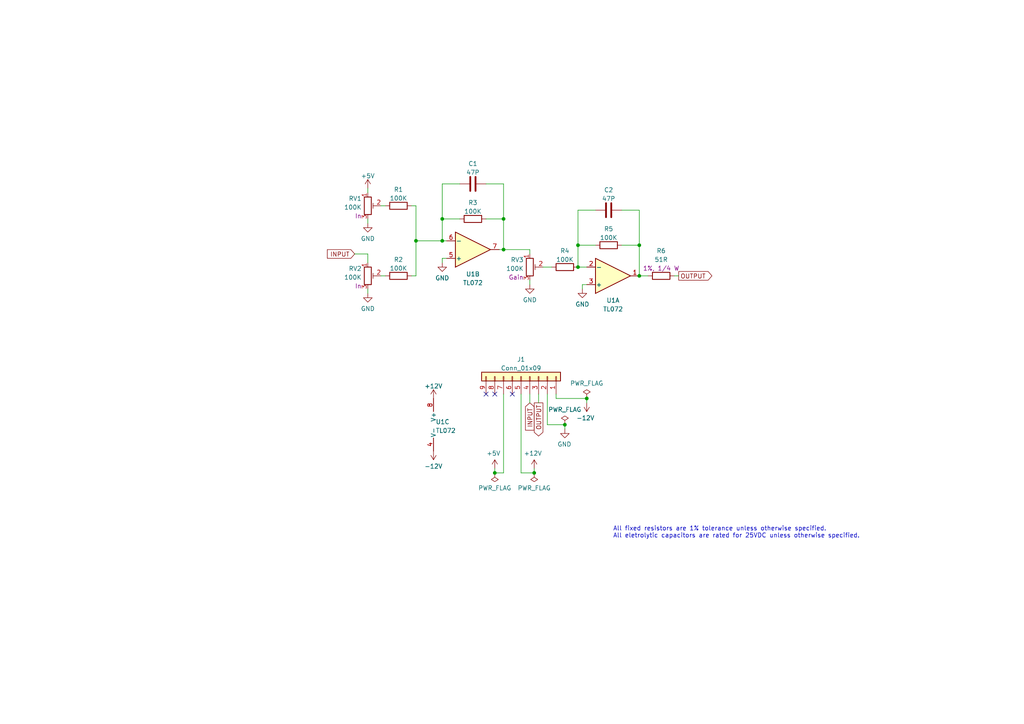
<source format=kicad_sch>
(kicad_sch (version 20211123) (generator eeschema)

  (uuid a1a9a0d8-c6de-418f-9a57-bf7f74b6d401)

  (paper "A4")

  (title_block
    (title "Eurorack ProtoModule")
    (date "2021-10-06")
    (rev "1.0")
    (company "Len Popp")
    (comment 1 "Copyright © 2022 Len Popp CC BY")
    (comment 2 "Circuit design for my custom Eurorack breadboard prototyping module")
  )

  (lib_symbols
    (symbol "-lmp-opamp:TL072" (pin_names (offset 0.127)) (in_bom yes) (on_board yes)
      (property "Reference" "U" (id 0) (at 0 5.08 0)
        (effects (font (size 1.27 1.27)) (justify left))
      )
      (property "Value" "TL072" (id 1) (at 0 -5.08 0)
        (effects (font (size 1.27 1.27)) (justify left))
      )
      (property "Footprint" "Package_DIP:DIP-8_W7.62mm" (id 2) (at 0 0 0)
        (effects (font (size 1.27 1.27)) hide)
      )
      (property "Datasheet" "https://www.ti.com/lit/ds/symlink/tl072b.pdf?ts=1628812694194" (id 3) (at 0 0 0)
        (effects (font (size 1.27 1.27)) hide)
      )
      (property "Manufacturer" "Texas Instruments" (id 4) (at 0 0 0)
        (effects (font (size 1.27 1.27)) hide)
      )
      (property "ManufacturerPartNum" "TL072BCP" (id 5) (at 0 0 0)
        (effects (font (size 1.27 1.27)) hide)
      )
      (property "Distributor" "Mouser" (id 6) (at 0 0 0)
        (effects (font (size 1.27 1.27)) hide)
      )
      (property "DistributorPartNum" "595-TL072BCP" (id 7) (at 0 0 0)
        (effects (font (size 1.27 1.27)) hide)
      )
      (property "DistributorPartLink" "https://www.mouser.ca/ProductDetail/Texas-Instruments/TL072BCP?qs=p6YqzpSxLIxmo8AyZLsP4g%3D%3D" (id 8) (at 0 0 0)
        (effects (font (size 1.27 1.27)) hide)
      )
      (property "ki_locked" "" (id 9) (at 0 0 0)
        (effects (font (size 1.27 1.27)))
      )
      (property "ki_keywords" "quad opamp" (id 10) (at 0 0 0)
        (effects (font (size 1.27 1.27)) hide)
      )
      (property "ki_description" "Dual Low-Noise JFET-Input Operational Amplifiers, DIP-8/SOIC-8" (id 11) (at 0 0 0)
        (effects (font (size 1.27 1.27)) hide)
      )
      (property "ki_fp_filters" "SOIC*3.9x4.9mm*P1.27mm* DIP*W7.62mm* TO*99* OnSemi*Micro8* TSSOP*3x3mm*P0.65mm* TSSOP*4.4x3mm*P0.65mm* MSOP*3x3mm*P0.65mm* SSOP*3.9x4.9mm*P0.635mm* LFCSP*2x2mm*P0.5mm* *SIP* SOIC*5.3x6.2mm*P1.27mm*" (id 12) (at 0 0 0)
        (effects (font (size 1.27 1.27)) hide)
      )
      (symbol "TL072_1_1"
        (polyline
          (pts
            (xy -5.08 5.08)
            (xy 5.08 0)
            (xy -5.08 -5.08)
            (xy -5.08 5.08)
          )
          (stroke (width 0.254) (type default) (color 0 0 0 0))
          (fill (type background))
        )
        (pin output line (at 7.62 0 180) (length 2.54)
          (name "~" (effects (font (size 1.27 1.27))))
          (number "1" (effects (font (size 1.27 1.27))))
        )
        (pin input line (at -7.62 -2.54 0) (length 2.54)
          (name "-" (effects (font (size 1.27 1.27))))
          (number "2" (effects (font (size 1.27 1.27))))
        )
        (pin input line (at -7.62 2.54 0) (length 2.54)
          (name "+" (effects (font (size 1.27 1.27))))
          (number "3" (effects (font (size 1.27 1.27))))
        )
      )
      (symbol "TL072_2_1"
        (polyline
          (pts
            (xy -5.08 5.08)
            (xy 5.08 0)
            (xy -5.08 -5.08)
            (xy -5.08 5.08)
          )
          (stroke (width 0.254) (type default) (color 0 0 0 0))
          (fill (type background))
        )
        (pin input line (at -7.62 2.54 0) (length 2.54)
          (name "+" (effects (font (size 1.27 1.27))))
          (number "5" (effects (font (size 1.27 1.27))))
        )
        (pin input line (at -7.62 -2.54 0) (length 2.54)
          (name "-" (effects (font (size 1.27 1.27))))
          (number "6" (effects (font (size 1.27 1.27))))
        )
        (pin output line (at 7.62 0 180) (length 2.54)
          (name "~" (effects (font (size 1.27 1.27))))
          (number "7" (effects (font (size 1.27 1.27))))
        )
      )
      (symbol "TL072_3_1"
        (pin power_in line (at -2.54 -7.62 90) (length 3.81)
          (name "V-" (effects (font (size 1.27 1.27))))
          (number "4" (effects (font (size 1.27 1.27))))
        )
        (pin power_in line (at -2.54 7.62 270) (length 3.81)
          (name "V+" (effects (font (size 1.27 1.27))))
          (number "8" (effects (font (size 1.27 1.27))))
        )
      )
    )
    (symbol "-lmp-power:+12V" (power) (pin_names (offset 0)) (in_bom yes) (on_board yes)
      (property "Reference" "#PWR" (id 0) (at 0 -3.81 0)
        (effects (font (size 1.27 1.27)) hide)
      )
      (property "Value" "+12V" (id 1) (at 0 3.556 0)
        (effects (font (size 1.27 1.27)))
      )
      (property "Footprint" "" (id 2) (at 0 0 0)
        (effects (font (size 1.27 1.27)) hide)
      )
      (property "Datasheet" "" (id 3) (at 0 0 0)
        (effects (font (size 1.27 1.27)) hide)
      )
      (property "ki_keywords" "power-flag" (id 4) (at 0 0 0)
        (effects (font (size 1.27 1.27)) hide)
      )
      (property "ki_description" "Power symbol creates a global label with name \"+12V\"" (id 5) (at 0 0 0)
        (effects (font (size 1.27 1.27)) hide)
      )
      (symbol "+12V_0_1"
        (polyline
          (pts
            (xy -0.762 1.27)
            (xy 0 2.54)
          )
          (stroke (width 0) (type default) (color 0 0 0 0))
          (fill (type none))
        )
        (polyline
          (pts
            (xy 0 0)
            (xy 0 2.54)
          )
          (stroke (width 0) (type default) (color 0 0 0 0))
          (fill (type none))
        )
        (polyline
          (pts
            (xy 0 2.54)
            (xy 0.762 1.27)
          )
          (stroke (width 0) (type default) (color 0 0 0 0))
          (fill (type none))
        )
      )
      (symbol "+12V_1_1"
        (pin power_in line (at 0 0 90) (length 0) hide
          (name "+12V" (effects (font (size 1.27 1.27))))
          (number "1" (effects (font (size 1.27 1.27))))
        )
      )
    )
    (symbol "-lmp-power:+5V" (power) (pin_names (offset 0)) (in_bom yes) (on_board yes)
      (property "Reference" "#PWR" (id 0) (at 0 -3.81 0)
        (effects (font (size 1.27 1.27)) hide)
      )
      (property "Value" "+5V" (id 1) (at 0 3.556 0)
        (effects (font (size 1.27 1.27)))
      )
      (property "Footprint" "" (id 2) (at 0 0 0)
        (effects (font (size 1.27 1.27)) hide)
      )
      (property "Datasheet" "" (id 3) (at 0 0 0)
        (effects (font (size 1.27 1.27)) hide)
      )
      (property "ki_keywords" "power-flag" (id 4) (at 0 0 0)
        (effects (font (size 1.27 1.27)) hide)
      )
      (property "ki_description" "Power symbol creates a global label with name \"+5V\"" (id 5) (at 0 0 0)
        (effects (font (size 1.27 1.27)) hide)
      )
      (symbol "+5V_0_1"
        (polyline
          (pts
            (xy -0.762 1.27)
            (xy 0 2.54)
          )
          (stroke (width 0) (type default) (color 0 0 0 0))
          (fill (type none))
        )
        (polyline
          (pts
            (xy 0 0)
            (xy 0 2.54)
          )
          (stroke (width 0) (type default) (color 0 0 0 0))
          (fill (type none))
        )
        (polyline
          (pts
            (xy 0 2.54)
            (xy 0.762 1.27)
          )
          (stroke (width 0) (type default) (color 0 0 0 0))
          (fill (type none))
        )
      )
      (symbol "+5V_1_1"
        (pin power_in line (at 0 0 90) (length 0) hide
          (name "+5V" (effects (font (size 1.27 1.27))))
          (number "1" (effects (font (size 1.27 1.27))))
        )
      )
    )
    (symbol "-lmp-power:-12V" (power) (pin_names (offset 0)) (in_bom yes) (on_board yes)
      (property "Reference" "#PWR" (id 0) (at 0 3.81 0)
        (effects (font (size 1.27 1.27)) hide)
      )
      (property "Value" "-12V" (id 1) (at 0 -3.556 0)
        (effects (font (size 1.27 1.27)))
      )
      (property "Footprint" "" (id 2) (at 0 0 0)
        (effects (font (size 1.27 1.27)) hide)
      )
      (property "Datasheet" "" (id 3) (at 0 0 0)
        (effects (font (size 1.27 1.27)) hide)
      )
      (property "ki_keywords" "power-flag" (id 4) (at 0 0 0)
        (effects (font (size 1.27 1.27)) hide)
      )
      (property "ki_description" "Power symbol creates a global label with name \"-12V\"" (id 5) (at 0 0 0)
        (effects (font (size 1.27 1.27)) hide)
      )
      (symbol "-12V_0_1"
        (polyline
          (pts
            (xy -0.762 -1.27)
            (xy 0 -2.54)
          )
          (stroke (width 0) (type default) (color 0 0 0 0))
          (fill (type none))
        )
        (polyline
          (pts
            (xy 0 -2.54)
            (xy 0.762 -1.27)
          )
          (stroke (width 0) (type default) (color 0 0 0 0))
          (fill (type none))
        )
        (polyline
          (pts
            (xy 0 0)
            (xy 0 -2.54)
          )
          (stroke (width 0) (type default) (color 0 0 0 0))
          (fill (type none))
        )
      )
      (symbol "-12V_1_1"
        (pin power_in line (at 0 0 270) (length 0) hide
          (name "-12V" (effects (font (size 1.27 1.27))))
          (number "1" (effects (font (size 1.27 1.27))))
        )
      )
    )
    (symbol "-lmp-power:GND" (power) (pin_names (offset 0)) (in_bom yes) (on_board yes)
      (property "Reference" "#PWR" (id 0) (at 0 -6.35 0)
        (effects (font (size 1.27 1.27)) hide)
      )
      (property "Value" "GND" (id 1) (at 0 -3.81 0)
        (effects (font (size 1.27 1.27)))
      )
      (property "Footprint" "" (id 2) (at 0 0 0)
        (effects (font (size 1.27 1.27)) hide)
      )
      (property "Datasheet" "" (id 3) (at 0 0 0)
        (effects (font (size 1.27 1.27)) hide)
      )
      (property "ki_keywords" "power-flag" (id 4) (at 0 0 0)
        (effects (font (size 1.27 1.27)) hide)
      )
      (property "ki_description" "Power symbol creates a global label with name \"GND\" , ground" (id 5) (at 0 0 0)
        (effects (font (size 1.27 1.27)) hide)
      )
      (symbol "GND_0_1"
        (polyline
          (pts
            (xy 0 0)
            (xy 0 -1.27)
            (xy 1.27 -1.27)
            (xy 0 -2.54)
            (xy -1.27 -1.27)
            (xy 0 -1.27)
          )
          (stroke (width 0) (type default) (color 0 0 0 0))
          (fill (type none))
        )
      )
      (symbol "GND_1_1"
        (pin power_in line (at 0 0 270) (length 0) hide
          (name "GND" (effects (font (size 1.27 1.27))))
          (number "1" (effects (font (size 1.27 1.27))))
        )
      )
    )
    (symbol "-lmp-power:PWR_FLAG" (power) (pin_numbers hide) (pin_names (offset 0) hide) (in_bom yes) (on_board yes)
      (property "Reference" "#FLG" (id 0) (at 0 1.905 0)
        (effects (font (size 1.27 1.27)) hide)
      )
      (property "Value" "PWR_FLAG" (id 1) (at 0 3.81 0)
        (effects (font (size 1.27 1.27)))
      )
      (property "Footprint" "" (id 2) (at 0 0 0)
        (effects (font (size 1.27 1.27)) hide)
      )
      (property "Datasheet" "~" (id 3) (at 0 0 0)
        (effects (font (size 1.27 1.27)) hide)
      )
      (property "ki_keywords" "power-flag" (id 4) (at 0 0 0)
        (effects (font (size 1.27 1.27)) hide)
      )
      (property "ki_description" "Special symbol for telling ERC where power comes from" (id 5) (at 0 0 0)
        (effects (font (size 1.27 1.27)) hide)
      )
      (symbol "PWR_FLAG_0_0"
        (pin power_out line (at 0 0 90) (length 0)
          (name "pwr" (effects (font (size 1.27 1.27))))
          (number "1" (effects (font (size 1.27 1.27))))
        )
      )
      (symbol "PWR_FLAG_0_1"
        (polyline
          (pts
            (xy 0 0)
            (xy 0 1.27)
            (xy -1.016 1.905)
            (xy 0 2.54)
            (xy 1.016 1.905)
            (xy 0 1.27)
          )
          (stroke (width 0) (type default) (color 0 0 0 0))
          (fill (type none))
        )
      )
    )
    (symbol "-lmp-synth:R_51R_Output" (pin_numbers hide) (pin_names (offset 0)) (in_bom yes) (on_board yes)
      (property "Reference" "R" (id 0) (at -2.286 0 90)
        (effects (font (size 1.27 1.27)))
      )
      (property "Value" "R_51R_Output" (id 1) (at 2.413 0 90)
        (effects (font (size 1.27 1.27)))
      )
      (property "Footprint" "-lmp-misc:R_Axial_DIN0207_L6.3mm_D2.5mm_P10.16mm_Horizontal" (id 2) (at -1.778 0 90)
        (effects (font (size 1.27 1.27)) hide)
      )
      (property "Datasheet" "https://www.mouser.ca/datasheet/2/447/Yageo_LR_MFR_1-1714151.pdf" (id 3) (at 0 0 0)
        (effects (font (size 1.27 1.27)) hide)
      )
      (property "Value2" "1%, 1/4 W" (id 4) (at 4.445 0 90)
        (effects (font (size 1.27 1.27)))
      )
      (property "Note" "Output limiting" (id 5) (at -1.905 -1.905 90)
        (effects (font (size 1.27 1.27)) hide)
      )
      (property "Manufacturer" "YAGEO" (id 6) (at 0 0 0)
        (effects (font (size 1.27 1.27)) hide)
      )
      (property "ManufacturerPartNum" "MFR-25FBF52-51R" (id 7) (at 0 0 0)
        (effects (font (size 1.27 1.27)) hide)
      )
      (property "Distributor" "Mouser" (id 8) (at -1.905 0 90)
        (effects (font (size 1.27 1.27)) hide)
      )
      (property "DistributorPartNum" "603-MFR-25FBF52-51R" (id 9) (at 0 0 0)
        (effects (font (size 1.27 1.27)) hide)
      )
      (property "DistributorPartLink" "https://www.mouser.ca/ProductDetail/?qs=oAGoVhmvjhzVx2bdEH1TLQ%3D%3D" (id 10) (at 0 0 0)
        (effects (font (size 1.27 1.27)) hide)
      )
      (property "ki_keywords" "R res resistor" (id 11) (at 0 0 0)
        (effects (font (size 1.27 1.27)) hide)
      )
      (property "ki_description" "Resistor" (id 12) (at 0 0 0)
        (effects (font (size 1.27 1.27)) hide)
      )
      (property "ki_fp_filters" "R_*" (id 13) (at 0 0 0)
        (effects (font (size 1.27 1.27)) hide)
      )
      (symbol "R_51R_Output_0_1"
        (rectangle (start -1.016 -2.54) (end 1.016 2.54)
          (stroke (width 0.254) (type default) (color 0 0 0 0))
          (fill (type none))
        )
      )
      (symbol "R_51R_Output_1_1"
        (pin passive line (at 0 3.81 270) (length 1.27)
          (name "~" (effects (font (size 1.27 1.27))))
          (number "1" (effects (font (size 1.27 1.27))))
        )
        (pin passive line (at 0 -3.81 90) (length 1.27)
          (name "~" (effects (font (size 1.27 1.27))))
          (number "2" (effects (font (size 1.27 1.27))))
        )
      )
    )
    (symbol "-lmp:CC" (pin_numbers hide) (pin_names (offset 0.254)) (in_bom yes) (on_board yes)
      (property "Reference" "C" (id 0) (at 0.635 2.54 0)
        (effects (font (size 1.27 1.27)) (justify left))
      )
      (property "Value" "CC" (id 1) (at 0.635 -2.54 0)
        (effects (font (size 1.27 1.27)) (justify left))
      )
      (property "Footprint" "" (id 2) (at 0.9652 -3.81 0)
        (effects (font (size 1.27 1.27)) hide)
      )
      (property "Datasheet" "~" (id 3) (at 0 0 0)
        (effects (font (size 1.27 1.27)) hide)
      )
      (property "ki_keywords" "cap capacitor ceramic" (id 4) (at 0 0 0)
        (effects (font (size 1.27 1.27)) hide)
      )
      (property "ki_description" "Capacitor - Ceramic" (id 5) (at 0 0 0)
        (effects (font (size 1.27 1.27)) hide)
      )
      (property "ki_fp_filters" "C_*" (id 6) (at 0 0 0)
        (effects (font (size 1.27 1.27)) hide)
      )
      (symbol "CC_0_1"
        (polyline
          (pts
            (xy -2.032 -0.762)
            (xy 2.032 -0.762)
          )
          (stroke (width 0.508) (type default) (color 0 0 0 0))
          (fill (type none))
        )
        (polyline
          (pts
            (xy -2.032 0.762)
            (xy 2.032 0.762)
          )
          (stroke (width 0.508) (type default) (color 0 0 0 0))
          (fill (type none))
        )
      )
      (symbol "CC_1_1"
        (pin passive line (at 0 3.81 270) (length 2.794)
          (name "~" (effects (font (size 1.27 1.27))))
          (number "1" (effects (font (size 1.27 1.27))))
        )
        (pin passive line (at 0 -3.81 90) (length 2.794)
          (name "~" (effects (font (size 1.27 1.27))))
          (number "2" (effects (font (size 1.27 1.27))))
        )
      )
    )
    (symbol "-lmp:R_1%_0W166" (pin_numbers hide) (pin_names (offset 0)) (in_bom yes) (on_board yes)
      (property "Reference" "R" (id 0) (at -2.286 0 90)
        (effects (font (size 1.27 1.27)))
      )
      (property "Value" "R_1%_0W166" (id 1) (at 2.413 0 90)
        (effects (font (size 1.27 1.27)))
      )
      (property "Footprint" "-lmp-misc:R_Axial_DIN0207_L6.3mm_D2.5mm_P7.62mm_Horizontal" (id 2) (at -1.778 0 90)
        (effects (font (size 1.27 1.27)) hide)
      )
      (property "Datasheet" "https://www.mouser.ca/datasheet/2/447/Yageo_LR_MFR_1-1714151.pdf" (id 3) (at 0 0 0)
        (effects (font (size 1.27 1.27)) hide)
      )
      (property "Manufacturer" "YAGEO" (id 4) (at 0 0 0)
        (effects (font (size 1.27 1.27)) hide)
      )
      (property "ManufacturerPartNum" "MFR-12*" (id 5) (at 0 0 0)
        (effects (font (size 1.27 1.27)) hide)
      )
      (property "Distributor" "Mouser" (id 6) (at 0 0 0)
        (effects (font (size 1.27 1.27)) hide)
      )
      (property "DistributorPartNum" "603-MFR-12*" (id 7) (at 0 0 0)
        (effects (font (size 1.27 1.27)) hide)
      )
      (property "DistributorPartLink" "https://www.mouser.ca/c/?m=YAGEO&power+rating=166+mW+(1%2f6+W)&tolerance=1+%25&instock=y" (id 8) (at 0 0 0)
        (effects (font (size 1.27 1.27)) hide)
      )
      (property "Value2" "1%, 1/6 W" (id 9) (at 4.953 0 90)
        (effects (font (size 1.27 1.27)) hide)
      )
      (property "ki_keywords" "R res resistor" (id 10) (at 0 0 0)
        (effects (font (size 1.27 1.27)) hide)
      )
      (property "ki_description" "Resistor" (id 11) (at 0 0 0)
        (effects (font (size 1.27 1.27)) hide)
      )
      (property "ki_fp_filters" "R_*" (id 12) (at 0 0 0)
        (effects (font (size 1.27 1.27)) hide)
      )
      (symbol "R_1%_0W166_0_1"
        (rectangle (start -1.016 -2.54) (end 1.016 2.54)
          (stroke (width 0.254) (type default) (color 0 0 0 0))
          (fill (type none))
        )
      )
      (symbol "R_1%_0W166_1_1"
        (pin passive line (at 0 3.81 270) (length 1.27)
          (name "~" (effects (font (size 1.27 1.27))))
          (number "1" (effects (font (size 1.27 1.27))))
        )
        (pin passive line (at 0 -3.81 90) (length 1.27)
          (name "~" (effects (font (size 1.27 1.27))))
          (number "2" (effects (font (size 1.27 1.27))))
        )
      )
    )
    (symbol "-lmp:R_POT_TRIM" (pin_names (offset 1.016) hide) (in_bom yes) (on_board yes)
      (property "Reference" "RV" (id 0) (at -6.858 0 90)
        (effects (font (size 1.27 1.27)))
      )
      (property "Value" "R_POT_TRIM" (id 1) (at -4.953 0 90)
        (effects (font (size 1.27 1.27)))
      )
      (property "Footprint" "-lmp-misc:Potentiometer_Bourns_3386P_Top" (id 2) (at 0 0 0)
        (effects (font (size 1.27 1.27)) hide)
      )
      (property "Datasheet" "https://www.mouser.ca/datasheet/2/54/3386-776606.pdf" (id 3) (at 0 0 0)
        (effects (font (size 1.27 1.27)) hide)
      )
      (property "Label" "[label]" (id 4) (at -2.921 0 90)
        (effects (font (size 1.27 1.27)))
      )
      (property "Manufacturer" "Bourns" (id 5) (at 0 0 0)
        (effects (font (size 1.27 1.27)) hide)
      )
      (property "ManufacturerPartNum" "3386*" (id 6) (at 0 0 0)
        (effects (font (size 1.27 1.27)) hide)
      )
      (property "Distributor" "Mouser" (id 7) (at 0 0 0)
        (effects (font (size 1.27 1.27)) hide)
      )
      (property "DistributorPartNum" "652-3386*" (id 8) (at 0 0 0)
        (effects (font (size 1.27 1.27)) hide)
      )
      (property "DistributorPartLink" "https://www.mouser.ca/c/passive-components/resistors/variable-resistors/trimmer-resistors-through-hole/?number+of+turns=1&series=3386&instock=y" (id 9) (at 0 0 0)
        (effects (font (size 1.27 1.27)) hide)
      )
      (property "ki_keywords" "resistor variable trimpot trimmer" (id 10) (at 0 0 0)
        (effects (font (size 1.27 1.27)) hide)
      )
      (property "ki_description" "Trim-potentiometer" (id 11) (at 0 0 0)
        (effects (font (size 1.27 1.27)) hide)
      )
      (property "ki_fp_filters" "Potentiometer*" (id 12) (at 0 0 0)
        (effects (font (size 1.27 1.27)) hide)
      )
      (symbol "R_POT_TRIM_0_1"
        (polyline
          (pts
            (xy 1.524 0.762)
            (xy 1.524 -0.762)
          )
          (stroke (width 0) (type default) (color 0 0 0 0))
          (fill (type none))
        )
        (polyline
          (pts
            (xy 2.54 0)
            (xy 1.524 0)
          )
          (stroke (width 0) (type default) (color 0 0 0 0))
          (fill (type none))
        )
        (rectangle (start 1.016 2.54) (end -1.016 -2.54)
          (stroke (width 0.254) (type default) (color 0 0 0 0))
          (fill (type none))
        )
      )
      (symbol "R_POT_TRIM_1_1"
        (pin passive line (at 0 3.81 270) (length 1.27)
          (name "1" (effects (font (size 1.27 1.27))))
          (number "1" (effects (font (size 1.27 1.27))))
        )
        (pin passive line (at 3.81 0 180) (length 1.27)
          (name "2" (effects (font (size 1.27 1.27))))
          (number "2" (effects (font (size 1.27 1.27))))
        )
        (pin passive line (at 0 -3.81 90) (length 1.27)
          (name "3" (effects (font (size 1.27 1.27))))
          (number "3" (effects (font (size 1.27 1.27))))
        )
      )
    )
    (symbol "Connector_Generic:Conn_01x09" (pin_names (offset 1.016) hide) (in_bom yes) (on_board yes)
      (property "Reference" "J" (id 0) (at 0 12.7 0)
        (effects (font (size 1.27 1.27)))
      )
      (property "Value" "Conn_01x09" (id 1) (at 0 -12.7 0)
        (effects (font (size 1.27 1.27)))
      )
      (property "Footprint" "" (id 2) (at 0 0 0)
        (effects (font (size 1.27 1.27)) hide)
      )
      (property "Datasheet" "~" (id 3) (at 0 0 0)
        (effects (font (size 1.27 1.27)) hide)
      )
      (property "ki_keywords" "connector" (id 4) (at 0 0 0)
        (effects (font (size 1.27 1.27)) hide)
      )
      (property "ki_description" "Generic connector, single row, 01x09, script generated (kicad-library-utils/schlib/autogen/connector/)" (id 5) (at 0 0 0)
        (effects (font (size 1.27 1.27)) hide)
      )
      (property "ki_fp_filters" "Connector*:*_1x??_*" (id 6) (at 0 0 0)
        (effects (font (size 1.27 1.27)) hide)
      )
      (symbol "Conn_01x09_1_1"
        (rectangle (start -1.27 -10.033) (end 0 -10.287)
          (stroke (width 0.1524) (type default) (color 0 0 0 0))
          (fill (type none))
        )
        (rectangle (start -1.27 -7.493) (end 0 -7.747)
          (stroke (width 0.1524) (type default) (color 0 0 0 0))
          (fill (type none))
        )
        (rectangle (start -1.27 -4.953) (end 0 -5.207)
          (stroke (width 0.1524) (type default) (color 0 0 0 0))
          (fill (type none))
        )
        (rectangle (start -1.27 -2.413) (end 0 -2.667)
          (stroke (width 0.1524) (type default) (color 0 0 0 0))
          (fill (type none))
        )
        (rectangle (start -1.27 0.127) (end 0 -0.127)
          (stroke (width 0.1524) (type default) (color 0 0 0 0))
          (fill (type none))
        )
        (rectangle (start -1.27 2.667) (end 0 2.413)
          (stroke (width 0.1524) (type default) (color 0 0 0 0))
          (fill (type none))
        )
        (rectangle (start -1.27 5.207) (end 0 4.953)
          (stroke (width 0.1524) (type default) (color 0 0 0 0))
          (fill (type none))
        )
        (rectangle (start -1.27 7.747) (end 0 7.493)
          (stroke (width 0.1524) (type default) (color 0 0 0 0))
          (fill (type none))
        )
        (rectangle (start -1.27 10.287) (end 0 10.033)
          (stroke (width 0.1524) (type default) (color 0 0 0 0))
          (fill (type none))
        )
        (rectangle (start -1.27 11.43) (end 1.27 -11.43)
          (stroke (width 0.254) (type default) (color 0 0 0 0))
          (fill (type background))
        )
        (pin passive line (at -5.08 10.16 0) (length 3.81)
          (name "Pin_1" (effects (font (size 1.27 1.27))))
          (number "1" (effects (font (size 1.27 1.27))))
        )
        (pin passive line (at -5.08 7.62 0) (length 3.81)
          (name "Pin_2" (effects (font (size 1.27 1.27))))
          (number "2" (effects (font (size 1.27 1.27))))
        )
        (pin passive line (at -5.08 5.08 0) (length 3.81)
          (name "Pin_3" (effects (font (size 1.27 1.27))))
          (number "3" (effects (font (size 1.27 1.27))))
        )
        (pin passive line (at -5.08 2.54 0) (length 3.81)
          (name "Pin_4" (effects (font (size 1.27 1.27))))
          (number "4" (effects (font (size 1.27 1.27))))
        )
        (pin passive line (at -5.08 0 0) (length 3.81)
          (name "Pin_5" (effects (font (size 1.27 1.27))))
          (number "5" (effects (font (size 1.27 1.27))))
        )
        (pin passive line (at -5.08 -2.54 0) (length 3.81)
          (name "Pin_6" (effects (font (size 1.27 1.27))))
          (number "6" (effects (font (size 1.27 1.27))))
        )
        (pin passive line (at -5.08 -5.08 0) (length 3.81)
          (name "Pin_7" (effects (font (size 1.27 1.27))))
          (number "7" (effects (font (size 1.27 1.27))))
        )
        (pin passive line (at -5.08 -7.62 0) (length 3.81)
          (name "Pin_8" (effects (font (size 1.27 1.27))))
          (number "8" (effects (font (size 1.27 1.27))))
        )
        (pin passive line (at -5.08 -10.16 0) (length 3.81)
          (name "Pin_9" (effects (font (size 1.27 1.27))))
          (number "9" (effects (font (size 1.27 1.27))))
        )
      )
    )
  )

  (junction (at 185.42 80.01) (diameter 0) (color 0 0 0 0)
    (uuid 0ae9bffc-4644-4db0-92b8-6c19cc82d084)
  )
  (junction (at 128.27 69.85) (diameter 0) (color 0 0 0 0)
    (uuid 336a8513-11a6-44c6-a4ef-94fef77e5e6e)
  )
  (junction (at 163.83 123.19) (diameter 0) (color 0 0 0 0)
    (uuid 7ea85228-de9d-46bb-aa3c-34dfb8e54239)
  )
  (junction (at 120.65 69.85) (diameter 0) (color 0 0 0 0)
    (uuid 800d7dbe-6ee1-4b48-9d11-4d74febc8f99)
  )
  (junction (at 167.64 77.47) (diameter 0) (color 0 0 0 0)
    (uuid 82fd1f0b-447f-49cb-8c78-2c502f49aeec)
  )
  (junction (at 154.94 137.16) (diameter 0) (color 0 0 0 0)
    (uuid 83c70ce6-e441-4b07-80a6-2f5fb8a6492d)
  )
  (junction (at 167.64 71.12) (diameter 0) (color 0 0 0 0)
    (uuid 91972ccc-d7e0-47ef-8bba-1ba017f78f28)
  )
  (junction (at 185.42 71.12) (diameter 0) (color 0 0 0 0)
    (uuid b30b71db-7d7c-404e-a1c1-8558c4c62541)
  )
  (junction (at 146.05 63.5) (diameter 0) (color 0 0 0 0)
    (uuid b729e408-a839-4789-8724-9be3befff850)
  )
  (junction (at 170.18 115.57) (diameter 0) (color 0 0 0 0)
    (uuid d1038279-4eb4-4065-836c-dbd8cfc6d4a4)
  )
  (junction (at 143.51 137.16) (diameter 0) (color 0 0 0 0)
    (uuid e06225e3-eb34-4222-b283-4c5fa1a14550)
  )
  (junction (at 128.27 63.5) (diameter 0) (color 0 0 0 0)
    (uuid f76dcb38-ea65-4a54-bd70-b5ee6c72b494)
  )
  (junction (at 146.05 72.39) (diameter 0) (color 0 0 0 0)
    (uuid f8543d10-4391-4d0b-9cbf-ba8bb192a844)
  )

  (no_connect (at 143.51 114.3) (uuid 79664334-5b39-4812-98f0-28ef66900517))
  (no_connect (at 140.97 114.3) (uuid 79664334-5b39-4812-98f0-28ef66900518))
  (no_connect (at 148.59 114.3) (uuid 90a74f5e-7380-4ff0-bb5e-d9d5841f174b))

  (wire (pts (xy 146.05 72.39) (xy 146.05 63.5))
    (stroke (width 0) (type default) (color 0 0 0 0))
    (uuid 034dcac1-f2b4-4486-b817-e65de50a666a)
  )
  (wire (pts (xy 168.91 82.55) (xy 170.18 82.55))
    (stroke (width 0) (type default) (color 0 0 0 0))
    (uuid 0c414a80-605b-4988-a402-1ea2e2af39a9)
  )
  (wire (pts (xy 128.27 63.5) (xy 128.27 69.85))
    (stroke (width 0) (type default) (color 0 0 0 0))
    (uuid 12923bb2-5e2e-4f9a-b7a1-288b1e3fcd76)
  )
  (wire (pts (xy 153.67 114.3) (xy 153.67 116.84))
    (stroke (width 0) (type default) (color 0 0 0 0))
    (uuid 15f06c58-f54a-4e99-8411-3b02ee2b6d87)
  )
  (wire (pts (xy 143.51 137.16) (xy 146.05 137.16))
    (stroke (width 0) (type default) (color 0 0 0 0))
    (uuid 16a7e0a2-3e0c-4e8d-a95d-0aa2745b5fd4)
  )
  (wire (pts (xy 167.64 71.12) (xy 167.64 60.96))
    (stroke (width 0) (type default) (color 0 0 0 0))
    (uuid 1830fcf8-dd0a-4d6d-afd2-8861620a1657)
  )
  (wire (pts (xy 110.49 59.69) (xy 111.76 59.69))
    (stroke (width 0) (type default) (color 0 0 0 0))
    (uuid 188ca356-83fc-4e23-a421-f81c22f35f82)
  )
  (wire (pts (xy 128.27 63.5) (xy 128.27 53.34))
    (stroke (width 0) (type default) (color 0 0 0 0))
    (uuid 18fab94c-cea5-4f3c-bc0c-37aa0b7b8448)
  )
  (wire (pts (xy 161.29 115.57) (xy 170.18 115.57))
    (stroke (width 0) (type default) (color 0 0 0 0))
    (uuid 1b59498e-fed4-40a3-97df-2886f1711aad)
  )
  (wire (pts (xy 180.34 60.96) (xy 185.42 60.96))
    (stroke (width 0) (type default) (color 0 0 0 0))
    (uuid 2051140d-e08a-4db8-9408-7e5ac31ac4d7)
  )
  (wire (pts (xy 170.18 115.57) (xy 170.18 116.84))
    (stroke (width 0) (type default) (color 0 0 0 0))
    (uuid 205abb1a-e53d-43ca-8aa5-51b63e522399)
  )
  (wire (pts (xy 128.27 74.93) (xy 129.54 74.93))
    (stroke (width 0) (type default) (color 0 0 0 0))
    (uuid 205f8d4c-62ce-44df-9087-97eab2d3dd1e)
  )
  (wire (pts (xy 120.65 69.85) (xy 120.65 80.01))
    (stroke (width 0) (type default) (color 0 0 0 0))
    (uuid 2d2a14f8-5183-471c-89f1-3302d79734e9)
  )
  (wire (pts (xy 102.87 73.66) (xy 106.68 73.66))
    (stroke (width 0) (type default) (color 0 0 0 0))
    (uuid 2e5d09a7-be43-4a34-b412-d7d254affd09)
  )
  (wire (pts (xy 195.58 80.01) (xy 196.85 80.01))
    (stroke (width 0) (type default) (color 0 0 0 0))
    (uuid 37603a36-cc62-4f54-abb4-bd966fd89f1a)
  )
  (wire (pts (xy 128.27 76.2) (xy 128.27 74.93))
    (stroke (width 0) (type default) (color 0 0 0 0))
    (uuid 37922278-3378-43e7-bb08-d4f41a30f277)
  )
  (wire (pts (xy 128.27 53.34) (xy 133.35 53.34))
    (stroke (width 0) (type default) (color 0 0 0 0))
    (uuid 3df61855-39eb-4830-a47f-fc483425c94b)
  )
  (wire (pts (xy 120.65 59.69) (xy 119.38 59.69))
    (stroke (width 0) (type default) (color 0 0 0 0))
    (uuid 3e36d686-463e-406d-a0e2-b12a4e3c18fa)
  )
  (wire (pts (xy 110.49 80.01) (xy 111.76 80.01))
    (stroke (width 0) (type default) (color 0 0 0 0))
    (uuid 3fbc4e39-85a5-44d2-8e53-74fdde199315)
  )
  (wire (pts (xy 143.51 135.89) (xy 143.51 137.16))
    (stroke (width 0) (type default) (color 0 0 0 0))
    (uuid 429879b2-b02e-428e-aa75-e3e41021046f)
  )
  (wire (pts (xy 185.42 60.96) (xy 185.42 71.12))
    (stroke (width 0) (type default) (color 0 0 0 0))
    (uuid 42e42bee-a090-462f-bc06-27d3fdbd1850)
  )
  (wire (pts (xy 153.67 72.39) (xy 146.05 72.39))
    (stroke (width 0) (type default) (color 0 0 0 0))
    (uuid 431631ca-8d7d-454c-a337-41180eca6805)
  )
  (wire (pts (xy 167.64 77.47) (xy 170.18 77.47))
    (stroke (width 0) (type default) (color 0 0 0 0))
    (uuid 4b5c0347-05a5-4a3e-920e-5e9e6af4abb3)
  )
  (wire (pts (xy 146.05 137.16) (xy 146.05 114.3))
    (stroke (width 0) (type default) (color 0 0 0 0))
    (uuid 529203ba-fbff-4f97-b041-152e441619f5)
  )
  (wire (pts (xy 151.13 137.16) (xy 154.94 137.16))
    (stroke (width 0) (type default) (color 0 0 0 0))
    (uuid 554b8be7-1943-45a4-a457-6b2d60ac1024)
  )
  (wire (pts (xy 106.68 54.61) (xy 106.68 55.88))
    (stroke (width 0) (type default) (color 0 0 0 0))
    (uuid 56fc140e-5985-4d7b-843b-7faa83da847a)
  )
  (wire (pts (xy 156.21 116.84) (xy 156.21 114.3))
    (stroke (width 0) (type default) (color 0 0 0 0))
    (uuid 57d975d4-6607-4de8-909d-121b06b236cd)
  )
  (wire (pts (xy 153.67 81.28) (xy 153.67 82.55))
    (stroke (width 0) (type default) (color 0 0 0 0))
    (uuid 5d0234f8-d2ec-4c52-80bd-9f7b12ea5c14)
  )
  (wire (pts (xy 119.38 80.01) (xy 120.65 80.01))
    (stroke (width 0) (type default) (color 0 0 0 0))
    (uuid 5ebe042d-2e5e-4e48-a07e-d30f47275ef0)
  )
  (wire (pts (xy 167.64 71.12) (xy 167.64 77.47))
    (stroke (width 0) (type default) (color 0 0 0 0))
    (uuid 5ff78880-0a85-43f2-a040-aab22ffd9607)
  )
  (wire (pts (xy 161.29 115.57) (xy 161.29 114.3))
    (stroke (width 0) (type default) (color 0 0 0 0))
    (uuid 6c027193-51a5-47ee-909d-a5cb24c49931)
  )
  (wire (pts (xy 146.05 53.34) (xy 146.05 63.5))
    (stroke (width 0) (type default) (color 0 0 0 0))
    (uuid 70b4dbdf-60db-45f0-90fa-a9ed70d2cd65)
  )
  (wire (pts (xy 163.83 123.19) (xy 158.75 123.19))
    (stroke (width 0) (type default) (color 0 0 0 0))
    (uuid 78eaf86f-e933-4844-b00d-e0b3fe26d052)
  )
  (wire (pts (xy 106.68 83.82) (xy 106.68 85.09))
    (stroke (width 0) (type default) (color 0 0 0 0))
    (uuid 7a5c34ab-ce3f-40f6-9464-a9fdd797d1d5)
  )
  (wire (pts (xy 106.68 63.5) (xy 106.68 64.77))
    (stroke (width 0) (type default) (color 0 0 0 0))
    (uuid 824ae36a-028b-4c33-82b7-6e5687bdd441)
  )
  (wire (pts (xy 168.91 83.82) (xy 168.91 82.55))
    (stroke (width 0) (type default) (color 0 0 0 0))
    (uuid 8fe76085-7879-4dd0-a0bb-740e0b0aecc2)
  )
  (wire (pts (xy 172.72 71.12) (xy 167.64 71.12))
    (stroke (width 0) (type default) (color 0 0 0 0))
    (uuid 9333b1b0-02a4-4372-9d99-b1c20a817059)
  )
  (wire (pts (xy 133.35 63.5) (xy 128.27 63.5))
    (stroke (width 0) (type default) (color 0 0 0 0))
    (uuid 964c6ff5-5e22-4fa1-97b6-87d284aa121a)
  )
  (wire (pts (xy 185.42 71.12) (xy 180.34 71.12))
    (stroke (width 0) (type default) (color 0 0 0 0))
    (uuid 9a3528d8-fa4f-438e-8a1a-5ceadad73abd)
  )
  (wire (pts (xy 146.05 63.5) (xy 140.97 63.5))
    (stroke (width 0) (type default) (color 0 0 0 0))
    (uuid 9bec17e3-1585-43bd-ac91-174e97912855)
  )
  (wire (pts (xy 140.97 53.34) (xy 146.05 53.34))
    (stroke (width 0) (type default) (color 0 0 0 0))
    (uuid a4ad3e7c-b474-43d8-b52b-c95c062ae1a8)
  )
  (wire (pts (xy 144.78 72.39) (xy 146.05 72.39))
    (stroke (width 0) (type default) (color 0 0 0 0))
    (uuid a4d6a99a-d53e-445a-aece-d64e1cc32d78)
  )
  (wire (pts (xy 154.94 135.89) (xy 154.94 137.16))
    (stroke (width 0) (type default) (color 0 0 0 0))
    (uuid aa79643c-4152-4c50-aba6-7db5a76f9181)
  )
  (wire (pts (xy 185.42 80.01) (xy 185.42 71.12))
    (stroke (width 0) (type default) (color 0 0 0 0))
    (uuid b2e8a6d2-18ae-4347-b662-663c036235f4)
  )
  (wire (pts (xy 128.27 69.85) (xy 129.54 69.85))
    (stroke (width 0) (type default) (color 0 0 0 0))
    (uuid b3216363-d2f1-4cb5-b092-0d7c2103b5d5)
  )
  (wire (pts (xy 120.65 59.69) (xy 120.65 69.85))
    (stroke (width 0) (type default) (color 0 0 0 0))
    (uuid b44395cb-f2ed-45ac-9a59-5a8ee4463149)
  )
  (wire (pts (xy 120.65 69.85) (xy 128.27 69.85))
    (stroke (width 0) (type default) (color 0 0 0 0))
    (uuid b58c73d7-4d7f-404e-b435-cb6ebd49263b)
  )
  (wire (pts (xy 106.68 73.66) (xy 106.68 76.2))
    (stroke (width 0) (type default) (color 0 0 0 0))
    (uuid ba295127-b127-48d2-b76e-7b8592fa15fa)
  )
  (wire (pts (xy 167.64 60.96) (xy 172.72 60.96))
    (stroke (width 0) (type default) (color 0 0 0 0))
    (uuid bf2d3bf9-9cb7-4394-ab65-ec6ad7d922fa)
  )
  (wire (pts (xy 185.42 80.01) (xy 187.96 80.01))
    (stroke (width 0) (type default) (color 0 0 0 0))
    (uuid d467c158-ba09-4042-a6c8-7a1b7e7b69d4)
  )
  (wire (pts (xy 153.67 73.66) (xy 153.67 72.39))
    (stroke (width 0) (type default) (color 0 0 0 0))
    (uuid e289de25-b9fb-4436-aef2-6824808b5f36)
  )
  (wire (pts (xy 163.83 124.46) (xy 163.83 123.19))
    (stroke (width 0) (type default) (color 0 0 0 0))
    (uuid e8706f54-c7a3-4555-82cd-9229fecbdb14)
  )
  (wire (pts (xy 151.13 114.3) (xy 151.13 137.16))
    (stroke (width 0) (type default) (color 0 0 0 0))
    (uuid eaabaedd-2c12-4bc6-baad-1eeb19b7d0ae)
  )
  (wire (pts (xy 158.75 114.3) (xy 158.75 123.19))
    (stroke (width 0) (type default) (color 0 0 0 0))
    (uuid faeb5b72-ca69-4936-8963-e27b1abea091)
  )
  (wire (pts (xy 157.48 77.47) (xy 160.02 77.47))
    (stroke (width 0) (type default) (color 0 0 0 0))
    (uuid fbdaa081-fd0c-411d-8a1d-eafaf399048c)
  )

  (text "All fixed resistors are 1% tolerance unless otherwise specified.\nAll eletrolytic capacitors are rated for 25VDC unless otherwise specified."
    (at 177.8 156.21 0)
    (effects (font (size 1.27 1.27)) (justify left bottom))
    (uuid 97954bdd-6f0e-481b-b33b-a2801266daa9)
  )

  (global_label "INPUT" (shape input) (at 102.87 73.66 180) (fields_autoplaced)
    (effects (font (size 1.27 1.27)) (justify right))
    (uuid 53eaa883-7d0e-48f9-ae37-10b6e3c0562f)
    (property "Intersheet References" "${INTERSHEET_REFS}" (id 0) (at 95.0425 73.5806 0)
      (effects (font (size 1.27 1.27)) (justify right) hide)
    )
  )
  (global_label "OUTPUT" (shape output) (at 196.85 80.01 0) (fields_autoplaced)
    (effects (font (size 1.27 1.27)) (justify left))
    (uuid 78f0f5ad-5eb1-4981-b419-2528b63b76aa)
    (property "Intersheet References" "${INTERSHEET_REFS}" (id 0) (at 206.3709 79.9306 0)
      (effects (font (size 1.27 1.27)) (justify left) hide)
    )
  )
  (global_label "INPUT" (shape input) (at 153.67 116.84 270) (fields_autoplaced)
    (effects (font (size 1.27 1.27)) (justify right))
    (uuid bd8354e6-6367-4dcd-aa20-50a90c915d71)
    (property "Intersheet References" "${INTERSHEET_REFS}" (id 0) (at 153.5906 124.6675 90)
      (effects (font (size 1.27 1.27)) (justify right) hide)
    )
  )
  (global_label "OUTPUT" (shape output) (at 156.21 116.84 270) (fields_autoplaced)
    (effects (font (size 1.27 1.27)) (justify right))
    (uuid ef9ab9de-65de-453b-92d1-8911d65e0733)
    (property "Intersheet References" "${INTERSHEET_REFS}" (id 0) (at 156.1306 126.3609 90)
      (effects (font (size 1.27 1.27)) (justify right) hide)
    )
  )

  (symbol (lib_id "-lmp-power:GND") (at 163.83 124.46 0) (mirror y) (unit 1)
    (in_bom yes) (on_board yes)
    (uuid 00000000-0000-0000-0000-000060c80bf1)
    (property "Reference" "#PWR010" (id 0) (at 163.83 130.81 0)
      (effects (font (size 1.27 1.27)) hide)
    )
    (property "Value" "GND" (id 1) (at 163.703 128.8542 0))
    (property "Footprint" "" (id 2) (at 163.83 124.46 0)
      (effects (font (size 1.27 1.27)) hide)
    )
    (property "Datasheet" "" (id 3) (at 163.83 124.46 0)
      (effects (font (size 1.27 1.27)) hide)
    )
    (pin "1" (uuid e2ec5c16-1e72-4a79-81b2-711742440b39))
  )

  (symbol (lib_id "-lmp-power:+12V") (at 154.94 135.89 0) (mirror y) (unit 1)
    (in_bom yes) (on_board yes)
    (uuid 00000000-0000-0000-0000-000060c86281)
    (property "Reference" "#PWR09" (id 0) (at 154.94 139.7 0)
      (effects (font (size 1.27 1.27)) hide)
    )
    (property "Value" "+12V" (id 1) (at 154.559 131.4958 0))
    (property "Footprint" "" (id 2) (at 154.94 135.89 0)
      (effects (font (size 1.27 1.27)) hide)
    )
    (property "Datasheet" "" (id 3) (at 154.94 135.89 0)
      (effects (font (size 1.27 1.27)) hide)
    )
    (pin "1" (uuid cb9b7848-9d34-4033-abc0-fb3ddbc2d6ee))
  )

  (symbol (lib_id "-lmp-power:-12V") (at 170.18 116.84 0) (mirror y) (unit 1)
    (in_bom yes) (on_board yes)
    (uuid 00000000-0000-0000-0000-000060c864e4)
    (property "Reference" "#PWR012" (id 0) (at 170.18 113.03 0)
      (effects (font (size 1.27 1.27)) hide)
    )
    (property "Value" "-12V" (id 1) (at 169.799 121.2342 0))
    (property "Footprint" "" (id 2) (at 170.18 116.84 0)
      (effects (font (size 1.27 1.27)) hide)
    )
    (property "Datasheet" "" (id 3) (at 170.18 116.84 0)
      (effects (font (size 1.27 1.27)) hide)
    )
    (pin "1" (uuid 295c6d13-2059-4604-98a9-b81bcd528128))
  )

  (symbol (lib_id "-lmp-power:PWR_FLAG") (at 170.18 115.57 0) (mirror y) (unit 1)
    (in_bom yes) (on_board yes)
    (uuid 00000000-0000-0000-0000-000060c8985d)
    (property "Reference" "#FLG04" (id 0) (at 170.18 113.665 0)
      (effects (font (size 1.27 1.27)) hide)
    )
    (property "Value" "PWR_FLAG" (id 1) (at 170.18 111.1758 0))
    (property "Footprint" "" (id 2) (at 170.18 115.57 0)
      (effects (font (size 1.27 1.27)) hide)
    )
    (property "Datasheet" "~" (id 3) (at 170.18 115.57 0)
      (effects (font (size 1.27 1.27)) hide)
    )
    (pin "1" (uuid 4e8fbe1c-0efa-4d82-afdb-411f88ec8eac))
  )

  (symbol (lib_id "-lmp-power:PWR_FLAG") (at 154.94 137.16 0) (mirror x) (unit 1)
    (in_bom yes) (on_board yes)
    (uuid 00000000-0000-0000-0000-000060c89f71)
    (property "Reference" "#FLG02" (id 0) (at 154.94 139.065 0)
      (effects (font (size 1.27 1.27)) hide)
    )
    (property "Value" "PWR_FLAG" (id 1) (at 154.94 141.5542 0))
    (property "Footprint" "" (id 2) (at 154.94 137.16 0)
      (effects (font (size 1.27 1.27)) hide)
    )
    (property "Datasheet" "~" (id 3) (at 154.94 137.16 0)
      (effects (font (size 1.27 1.27)) hide)
    )
    (pin "1" (uuid e925a42c-cf60-4902-940a-ecd6ab9743a2))
  )

  (symbol (lib_id "Connector_Generic:Conn_01x09") (at 151.13 109.22 270) (mirror x) (unit 1)
    (in_bom yes) (on_board yes) (fields_autoplaced)
    (uuid 00000000-0000-0000-0000-0000615e2370)
    (property "Reference" "J1" (id 0) (at 151.13 104.2502 90))
    (property "Value" "Conn_01x09" (id 1) (at 151.13 106.7871 90))
    (property "Footprint" "Connector_PinHeader_2.54mm:PinHeader_1x09_P2.54mm_Vertical" (id 2) (at 151.13 109.22 0)
      (effects (font (size 1.27 1.27)) hide)
    )
    (property "Datasheet" "~" (id 3) (at 151.13 109.22 0)
      (effects (font (size 1.27 1.27)) hide)
    )
    (pin "1" (uuid 327164a7-bde3-40aa-adf2-70ca6e963d5f))
    (pin "2" (uuid 8d9943a0-30e0-4fcc-926f-acf21b5b98b5))
    (pin "3" (uuid 6de6b1a8-62b8-402a-ac1c-48bdfb0163aa))
    (pin "4" (uuid 0a32f905-3f97-4852-af67-7addb4d70265))
    (pin "5" (uuid 130b9329-4a4c-4794-ac2d-017f1c00c883))
    (pin "6" (uuid 9e3c6631-71f8-40d5-98da-0f0ad50bfdee))
    (pin "7" (uuid 4f3e0480-a16b-40f1-8aa8-17abdd49f8de))
    (pin "8" (uuid a3eb5fff-8b61-445b-97e2-373c87a23cb5))
    (pin "9" (uuid 0bb80455-a1ea-4287-a5e3-1366c4bf5abb))
  )

  (symbol (lib_id "-lmp-power:+5V") (at 143.51 135.89 0) (mirror y) (unit 1)
    (in_bom yes) (on_board yes)
    (uuid 00000000-0000-0000-0000-0000615e4967)
    (property "Reference" "#PWR07" (id 0) (at 143.51 139.7 0)
      (effects (font (size 1.27 1.27)) hide)
    )
    (property "Value" "+5V" (id 1) (at 143.129 131.4958 0))
    (property "Footprint" "" (id 2) (at 143.51 135.89 0)
      (effects (font (size 1.27 1.27)) hide)
    )
    (property "Datasheet" "" (id 3) (at 143.51 135.89 0)
      (effects (font (size 1.27 1.27)) hide)
    )
    (pin "1" (uuid 508ac672-4f4a-4781-9c53-b80271b3c07a))
  )

  (symbol (lib_id "-lmp-power:PWR_FLAG") (at 143.51 137.16 0) (mirror x) (unit 1)
    (in_bom yes) (on_board yes)
    (uuid 00000000-0000-0000-0000-0000615e715d)
    (property "Reference" "#FLG01" (id 0) (at 143.51 139.065 0)
      (effects (font (size 1.27 1.27)) hide)
    )
    (property "Value" "PWR_FLAG" (id 1) (at 143.51 141.5542 0))
    (property "Footprint" "" (id 2) (at 143.51 137.16 0)
      (effects (font (size 1.27 1.27)) hide)
    )
    (property "Datasheet" "~" (id 3) (at 143.51 137.16 0)
      (effects (font (size 1.27 1.27)) hide)
    )
    (pin "1" (uuid 7bca4f9e-b0b4-4c1d-9e2f-67e281cb4cce))
  )

  (symbol (lib_id "-lmp-power:PWR_FLAG") (at 163.83 123.19 0) (mirror y) (unit 1)
    (in_bom yes) (on_board yes)
    (uuid 00000000-0000-0000-0000-0000615e8b96)
    (property "Reference" "#FLG03" (id 0) (at 163.83 121.285 0)
      (effects (font (size 1.27 1.27)) hide)
    )
    (property "Value" "PWR_FLAG" (id 1) (at 163.83 118.7958 0))
    (property "Footprint" "" (id 2) (at 163.83 123.19 0)
      (effects (font (size 1.27 1.27)) hide)
    )
    (property "Datasheet" "~" (id 3) (at 163.83 123.19 0)
      (effects (font (size 1.27 1.27)) hide)
    )
    (pin "1" (uuid b77e1d5f-840e-4bdf-b3d8-15e289b4eb95))
  )

  (symbol (lib_id "-lmp-opamp:TL072") (at 177.8 80.01 0) (mirror x) (unit 1)
    (in_bom yes) (on_board yes) (fields_autoplaced)
    (uuid 020f6f33-3264-437f-ba1b-20903d27957a)
    (property "Reference" "U1" (id 0) (at 177.8 87.1204 0))
    (property "Value" "TL072" (id 1) (at 177.8 89.6573 0))
    (property "Footprint" "Package_DIP:DIP-8_W7.62mm" (id 2) (at 177.8 80.01 0)
      (effects (font (size 1.27 1.27)) hide)
    )
    (property "Datasheet" "https://www.ti.com/lit/ds/symlink/tl072b.pdf?ts=1628812694194" (id 3) (at 177.8 80.01 0)
      (effects (font (size 1.27 1.27)) hide)
    )
    (property "Manufacturer" "Texas Instruments" (id 4) (at 177.8 80.01 0)
      (effects (font (size 1.27 1.27)) hide)
    )
    (property "ManufacturerPartNum" "TL072BCP" (id 5) (at 177.8 80.01 0)
      (effects (font (size 1.27 1.27)) hide)
    )
    (property "Distributor" "Mouser" (id 6) (at 177.8 80.01 0)
      (effects (font (size 1.27 1.27)) hide)
    )
    (property "DistributorPartNum" "595-TL072BCP" (id 7) (at 177.8 80.01 0)
      (effects (font (size 1.27 1.27)) hide)
    )
    (property "DistributorPartLink" "https://www.mouser.ca/ProductDetail/Texas-Instruments/TL072BCP?qs=p6YqzpSxLIxmo8AyZLsP4g%3D%3D" (id 8) (at 177.8 80.01 0)
      (effects (font (size 1.27 1.27)) hide)
    )
    (pin "1" (uuid a8993372-45a4-46e1-bd8d-d6411cd79b4b))
    (pin "2" (uuid 953265e3-64e2-4481-8580-935932063d5e))
    (pin "3" (uuid fc75d266-f72f-4b6e-8c61-160a46f2463f))
    (pin "5" (uuid c0e9995a-0155-4266-b11d-ca57a67ac746))
    (pin "6" (uuid d7ed8b39-c397-4e09-b118-d43ae80dadb0))
    (pin "7" (uuid 854ee0ff-473d-4361-84e7-4c8d4e0a9e15))
    (pin "4" (uuid 626f0cde-c4c0-4a9e-bcf9-5c3d25233be0))
    (pin "8" (uuid 2ffe4e9c-e1a9-4698-a093-c1e396a708d4))
  )

  (symbol (lib_id "-lmp:R_POT_TRIM") (at 106.68 59.69 0) (unit 1)
    (in_bom yes) (on_board yes) (fields_autoplaced)
    (uuid 0c6de533-1857-4973-8d92-20a5afef53b3)
    (property "Reference" "RV1" (id 0) (at 104.9021 57.5869 0)
      (effects (font (size 1.27 1.27)) (justify right))
    )
    (property "Value" "100K" (id 1) (at 104.9021 60.1238 0)
      (effects (font (size 1.27 1.27)) (justify right))
    )
    (property "Footprint" "-lmp-misc:Potentiometer_Bourns_3386P_Top" (id 2) (at 106.68 59.69 0)
      (effects (font (size 1.27 1.27)) hide)
    )
    (property "Datasheet" "https://www.mouser.ca/datasheet/2/54/3386-776606.pdf" (id 3) (at 106.68 59.69 0)
      (effects (font (size 1.27 1.27)) hide)
    )
    (property "Label" "In" (id 4) (at 104.9021 62.6607 0)
      (effects (font (size 1.27 1.27)) (justify right))
    )
    (property "Manufacturer" "Bourns" (id 5) (at 106.68 59.69 0)
      (effects (font (size 1.27 1.27)) hide)
    )
    (property "ManufacturerPartNum" "3386*" (id 6) (at 106.68 59.69 0)
      (effects (font (size 1.27 1.27)) hide)
    )
    (property "Distributor" "Mouser" (id 7) (at 106.68 59.69 0)
      (effects (font (size 1.27 1.27)) hide)
    )
    (property "DistributorPartNum" "652-3386*" (id 8) (at 106.68 59.69 0)
      (effects (font (size 1.27 1.27)) hide)
    )
    (property "DistributorPartLink" "https://www.mouser.ca/c/passive-components/resistors/variable-resistors/trimmer-resistors-through-hole/?number+of+turns=1&series=3386&instock=y" (id 9) (at 106.68 59.69 0)
      (effects (font (size 1.27 1.27)) hide)
    )
    (pin "1" (uuid 89ed23db-127c-462c-9f4d-e0d0e4b93d0d))
    (pin "2" (uuid 04655351-284c-4be2-96a2-d34cba72e75e))
    (pin "3" (uuid 8a60d254-47e4-48d3-b268-4edec2603df8))
  )

  (symbol (lib_id "-lmp-power:GND") (at 128.27 76.2 0) (unit 1)
    (in_bom yes) (on_board yes) (fields_autoplaced)
    (uuid 18c111b4-cb80-47e2-bf46-598ec535e789)
    (property "Reference" "#PWR06" (id 0) (at 128.27 82.55 0)
      (effects (font (size 1.27 1.27)) hide)
    )
    (property "Value" "GND" (id 1) (at 128.27 80.6434 0))
    (property "Footprint" "" (id 2) (at 128.27 76.2 0)
      (effects (font (size 1.27 1.27)) hide)
    )
    (property "Datasheet" "" (id 3) (at 128.27 76.2 0)
      (effects (font (size 1.27 1.27)) hide)
    )
    (pin "1" (uuid ae40a4cf-0dc7-408e-83a9-82e119642595))
  )

  (symbol (lib_id "-lmp-power:GND") (at 106.68 64.77 0) (unit 1)
    (in_bom yes) (on_board yes) (fields_autoplaced)
    (uuid 28dc4b03-8e90-46c3-a702-c05062e5b860)
    (property "Reference" "#PWR02" (id 0) (at 106.68 71.12 0)
      (effects (font (size 1.27 1.27)) hide)
    )
    (property "Value" "GND" (id 1) (at 106.68 69.2134 0))
    (property "Footprint" "" (id 2) (at 106.68 64.77 0)
      (effects (font (size 1.27 1.27)) hide)
    )
    (property "Datasheet" "" (id 3) (at 106.68 64.77 0)
      (effects (font (size 1.27 1.27)) hide)
    )
    (pin "1" (uuid e15c17c8-48d5-4ba4-a1aa-2558b79f721c))
  )

  (symbol (lib_id "-lmp-power:GND") (at 168.91 83.82 0) (unit 1)
    (in_bom yes) (on_board yes) (fields_autoplaced)
    (uuid 2b7f996f-a4b3-470d-8f0e-15e49d0cba49)
    (property "Reference" "#PWR011" (id 0) (at 168.91 90.17 0)
      (effects (font (size 1.27 1.27)) hide)
    )
    (property "Value" "GND" (id 1) (at 168.91 88.2634 0))
    (property "Footprint" "" (id 2) (at 168.91 83.82 0)
      (effects (font (size 1.27 1.27)) hide)
    )
    (property "Datasheet" "" (id 3) (at 168.91 83.82 0)
      (effects (font (size 1.27 1.27)) hide)
    )
    (pin "1" (uuid 2e7a2415-082a-485c-9c80-0a98b0b14a26))
  )

  (symbol (lib_id "-lmp:R_1%_0W166") (at 137.16 63.5 90) (unit 1)
    (in_bom yes) (on_board yes) (fields_autoplaced)
    (uuid 33969647-2d0a-47cb-b9f5-ab3b56755807)
    (property "Reference" "R3" (id 0) (at 137.16 58.7842 90))
    (property "Value" "100K" (id 1) (at 137.16 61.3211 90))
    (property "Footprint" "-lmp-misc:R_Axial_DIN0207_L6.3mm_D2.5mm_P7.62mm_Horizontal" (id 2) (at 137.16 65.278 90)
      (effects (font (size 1.27 1.27)) hide)
    )
    (property "Datasheet" "https://www.mouser.ca/datasheet/2/447/Yageo_LR_MFR_1-1714151.pdf" (id 3) (at 137.16 63.5 0)
      (effects (font (size 1.27 1.27)) hide)
    )
    (property "Manufacturer" "YAGEO" (id 4) (at 137.16 63.5 0)
      (effects (font (size 1.27 1.27)) hide)
    )
    (property "ManufacturerPartNum" "MFR-12*" (id 5) (at 137.16 63.5 0)
      (effects (font (size 1.27 1.27)) hide)
    )
    (property "Distributor" "Mouser" (id 6) (at 137.16 63.5 0)
      (effects (font (size 1.27 1.27)) hide)
    )
    (property "DistributorPartNum" "603-MFR-12*" (id 7) (at 137.16 63.5 0)
      (effects (font (size 1.27 1.27)) hide)
    )
    (property "DistributorPartLink" "https://www.mouser.ca/c/?m=YAGEO&power+rating=166+mW+(1%2f6+W)&tolerance=1+%25&instock=y" (id 8) (at 137.16 63.5 0)
      (effects (font (size 1.27 1.27)) hide)
    )
    (property "Value2" "1%, 1/6 W" (id 9) (at 137.16 58.547 90)
      (effects (font (size 1.27 1.27)) hide)
    )
    (pin "1" (uuid 7513fbc8-d810-48df-a334-e4197eea206a))
    (pin "2" (uuid 4f9615d0-7f83-4248-a0b5-51d240e178b2))
  )

  (symbol (lib_id "-lmp-power:GND") (at 106.68 85.09 0) (unit 1)
    (in_bom yes) (on_board yes) (fields_autoplaced)
    (uuid 4dc01e1d-403d-4a43-810d-cee4bdac1dd7)
    (property "Reference" "#PWR03" (id 0) (at 106.68 91.44 0)
      (effects (font (size 1.27 1.27)) hide)
    )
    (property "Value" "GND" (id 1) (at 106.68 89.5334 0))
    (property "Footprint" "" (id 2) (at 106.68 85.09 0)
      (effects (font (size 1.27 1.27)) hide)
    )
    (property "Datasheet" "" (id 3) (at 106.68 85.09 0)
      (effects (font (size 1.27 1.27)) hide)
    )
    (pin "1" (uuid dde88bc3-7423-4a2a-a263-73be3481cb46))
  )

  (symbol (lib_id "-lmp-opamp:TL072") (at 128.27 123.19 0) (unit 3)
    (in_bom yes) (on_board yes) (fields_autoplaced)
    (uuid 4fe81a50-6686-409a-90a5-6186b18bbe03)
    (property "Reference" "U1" (id 0) (at 126.365 122.3553 0)
      (effects (font (size 1.27 1.27)) (justify left))
    )
    (property "Value" "TL072" (id 1) (at 126.365 124.8922 0)
      (effects (font (size 1.27 1.27)) (justify left))
    )
    (property "Footprint" "Package_DIP:DIP-8_W7.62mm" (id 2) (at 128.27 123.19 0)
      (effects (font (size 1.27 1.27)) hide)
    )
    (property "Datasheet" "https://www.ti.com/lit/ds/symlink/tl072b.pdf?ts=1628812694194" (id 3) (at 128.27 123.19 0)
      (effects (font (size 1.27 1.27)) hide)
    )
    (property "Manufacturer" "Texas Instruments" (id 4) (at 128.27 123.19 0)
      (effects (font (size 1.27 1.27)) hide)
    )
    (property "ManufacturerPartNum" "TL072BCP" (id 5) (at 128.27 123.19 0)
      (effects (font (size 1.27 1.27)) hide)
    )
    (property "Distributor" "Mouser" (id 6) (at 128.27 123.19 0)
      (effects (font (size 1.27 1.27)) hide)
    )
    (property "DistributorPartNum" "595-TL072BCP" (id 7) (at 128.27 123.19 0)
      (effects (font (size 1.27 1.27)) hide)
    )
    (property "DistributorPartLink" "https://www.mouser.ca/ProductDetail/Texas-Instruments/TL072BCP?qs=p6YqzpSxLIxmo8AyZLsP4g%3D%3D" (id 8) (at 128.27 123.19 0)
      (effects (font (size 1.27 1.27)) hide)
    )
    (pin "1" (uuid f6f969b2-5704-4dd3-88f8-0f7aa220fe0c))
    (pin "2" (uuid a0309061-a575-4d5f-838b-421dd187d927))
    (pin "3" (uuid a19f8a7d-963e-41cb-acbc-ad67de017c06))
    (pin "5" (uuid c3003203-6bff-4e27-8bb0-806160e64ac9))
    (pin "6" (uuid 1d069149-17c2-45db-9c01-c4712d098734))
    (pin "7" (uuid a25f4377-35e0-4b11-9fca-63e057bdcb3e))
    (pin "4" (uuid 9abd8e13-2dce-4a85-ba4b-4ffebdd2fb5b))
    (pin "8" (uuid 7bcee10d-df1c-4630-9036-4f9094f2973c))
  )

  (symbol (lib_id "-lmp:R_1%_0W166") (at 163.83 77.47 90) (unit 1)
    (in_bom yes) (on_board yes) (fields_autoplaced)
    (uuid 54bc1fce-aa50-409c-888d-3c49ab3d37ba)
    (property "Reference" "R4" (id 0) (at 163.83 72.7542 90))
    (property "Value" "100K" (id 1) (at 163.83 75.2911 90))
    (property "Footprint" "-lmp-misc:R_Axial_DIN0207_L6.3mm_D2.5mm_P7.62mm_Horizontal" (id 2) (at 163.83 79.248 90)
      (effects (font (size 1.27 1.27)) hide)
    )
    (property "Datasheet" "https://www.mouser.ca/datasheet/2/447/Yageo_LR_MFR_1-1714151.pdf" (id 3) (at 163.83 77.47 0)
      (effects (font (size 1.27 1.27)) hide)
    )
    (property "Manufacturer" "YAGEO" (id 4) (at 163.83 77.47 0)
      (effects (font (size 1.27 1.27)) hide)
    )
    (property "ManufacturerPartNum" "MFR-12*" (id 5) (at 163.83 77.47 0)
      (effects (font (size 1.27 1.27)) hide)
    )
    (property "Distributor" "Mouser" (id 6) (at 163.83 77.47 0)
      (effects (font (size 1.27 1.27)) hide)
    )
    (property "DistributorPartNum" "603-MFR-12*" (id 7) (at 163.83 77.47 0)
      (effects (font (size 1.27 1.27)) hide)
    )
    (property "DistributorPartLink" "https://www.mouser.ca/c/?m=YAGEO&power+rating=166+mW+(1%2f6+W)&tolerance=1+%25&instock=y" (id 8) (at 163.83 77.47 0)
      (effects (font (size 1.27 1.27)) hide)
    )
    (property "Value2" "1%, 1/6 W" (id 9) (at 163.83 72.517 90)
      (effects (font (size 1.27 1.27)) hide)
    )
    (pin "1" (uuid e70b096b-33d3-4061-a82d-a7b317d2f804))
    (pin "2" (uuid 0a4cff03-2b5d-4cab-a8da-8fc3130cf171))
  )

  (symbol (lib_id "-lmp:CC") (at 176.53 60.96 90) (unit 1)
    (in_bom yes) (on_board yes) (fields_autoplaced)
    (uuid 60e78369-741d-4569-aec0-ae11ccb2bfe2)
    (property "Reference" "C2" (id 0) (at 176.53 55.1012 90))
    (property "Value" "47P" (id 1) (at 176.53 57.6381 90))
    (property "Footprint" "-lmp-misc:C_Disc_D5.0mm_W2.5mm_P2.50mm" (id 2) (at 180.34 59.9948 0)
      (effects (font (size 1.27 1.27)) hide)
    )
    (property "Datasheet" "~" (id 3) (at 176.53 60.96 0)
      (effects (font (size 1.27 1.27)) hide)
    )
    (pin "1" (uuid ce2eaaa7-19b8-49db-a31d-d5a81f10db43))
    (pin "2" (uuid 83f896b3-f619-4e78-b47b-db5386b65c61))
  )

  (symbol (lib_id "-lmp:R_1%_0W166") (at 176.53 71.12 90) (unit 1)
    (in_bom yes) (on_board yes) (fields_autoplaced)
    (uuid 700067f7-ea47-4501-9bfa-0e0f4646fd40)
    (property "Reference" "R5" (id 0) (at 176.53 66.4042 90))
    (property "Value" "100K" (id 1) (at 176.53 68.9411 90))
    (property "Footprint" "-lmp-misc:R_Axial_DIN0207_L6.3mm_D2.5mm_P7.62mm_Horizontal" (id 2) (at 176.53 72.898 90)
      (effects (font (size 1.27 1.27)) hide)
    )
    (property "Datasheet" "https://www.mouser.ca/datasheet/2/447/Yageo_LR_MFR_1-1714151.pdf" (id 3) (at 176.53 71.12 0)
      (effects (font (size 1.27 1.27)) hide)
    )
    (property "Manufacturer" "YAGEO" (id 4) (at 176.53 71.12 0)
      (effects (font (size 1.27 1.27)) hide)
    )
    (property "ManufacturerPartNum" "MFR-12*" (id 5) (at 176.53 71.12 0)
      (effects (font (size 1.27 1.27)) hide)
    )
    (property "Distributor" "Mouser" (id 6) (at 176.53 71.12 0)
      (effects (font (size 1.27 1.27)) hide)
    )
    (property "DistributorPartNum" "603-MFR-12*" (id 7) (at 176.53 71.12 0)
      (effects (font (size 1.27 1.27)) hide)
    )
    (property "DistributorPartLink" "https://www.mouser.ca/c/?m=YAGEO&power+rating=166+mW+(1%2f6+W)&tolerance=1+%25&instock=y" (id 8) (at 176.53 71.12 0)
      (effects (font (size 1.27 1.27)) hide)
    )
    (property "Value2" "1%, 1/6 W" (id 9) (at 176.53 66.167 90)
      (effects (font (size 1.27 1.27)) hide)
    )
    (pin "1" (uuid 43b8c43b-a461-4df9-abe2-1a277dd8bd0c))
    (pin "2" (uuid bf1afd4a-d6fc-4ff5-9113-b1d34ce6f675))
  )

  (symbol (lib_id "-lmp:R_POT_TRIM") (at 153.67 77.47 0) (unit 1)
    (in_bom yes) (on_board yes) (fields_autoplaced)
    (uuid 80fc5b5a-94b4-40da-aa55-cecbd700b063)
    (property "Reference" "RV3" (id 0) (at 151.8921 75.3669 0)
      (effects (font (size 1.27 1.27)) (justify right))
    )
    (property "Value" "100K" (id 1) (at 151.8921 77.9038 0)
      (effects (font (size 1.27 1.27)) (justify right))
    )
    (property "Footprint" "-lmp-misc:Potentiometer_Bourns_3386P_Top" (id 2) (at 153.67 77.47 0)
      (effects (font (size 1.27 1.27)) hide)
    )
    (property "Datasheet" "https://www.mouser.ca/datasheet/2/54/3386-776606.pdf" (id 3) (at 153.67 77.47 0)
      (effects (font (size 1.27 1.27)) hide)
    )
    (property "Label" "Gain" (id 4) (at 151.8921 80.4407 0)
      (effects (font (size 1.27 1.27)) (justify right))
    )
    (property "Manufacturer" "Bourns" (id 5) (at 153.67 77.47 0)
      (effects (font (size 1.27 1.27)) hide)
    )
    (property "ManufacturerPartNum" "3386*" (id 6) (at 153.67 77.47 0)
      (effects (font (size 1.27 1.27)) hide)
    )
    (property "Distributor" "Mouser" (id 7) (at 153.67 77.47 0)
      (effects (font (size 1.27 1.27)) hide)
    )
    (property "DistributorPartNum" "652-3386*" (id 8) (at 153.67 77.47 0)
      (effects (font (size 1.27 1.27)) hide)
    )
    (property "DistributorPartLink" "https://www.mouser.ca/c/passive-components/resistors/variable-resistors/trimmer-resistors-through-hole/?number+of+turns=1&series=3386&instock=y" (id 9) (at 153.67 77.47 0)
      (effects (font (size 1.27 1.27)) hide)
    )
    (pin "1" (uuid 79fc22c9-6fc4-4959-ac00-9ab1f6fc8f5b))
    (pin "2" (uuid 8978a754-3f14-442b-ad88-8d6a520445b3))
    (pin "3" (uuid b2d19817-2d78-438e-82c5-a2e1dc87b027))
  )

  (symbol (lib_id "-lmp:R_1%_0W166") (at 115.57 59.69 90) (unit 1)
    (in_bom yes) (on_board yes) (fields_autoplaced)
    (uuid 8496913b-f3ac-43f6-afd3-336637e487a6)
    (property "Reference" "R1" (id 0) (at 115.57 54.9742 90))
    (property "Value" "100K" (id 1) (at 115.57 57.5111 90))
    (property "Footprint" "-lmp-misc:R_Axial_DIN0207_L6.3mm_D2.5mm_P7.62mm_Horizontal" (id 2) (at 115.57 61.468 90)
      (effects (font (size 1.27 1.27)) hide)
    )
    (property "Datasheet" "https://www.mouser.ca/datasheet/2/447/Yageo_LR_MFR_1-1714151.pdf" (id 3) (at 115.57 59.69 0)
      (effects (font (size 1.27 1.27)) hide)
    )
    (property "Manufacturer" "YAGEO" (id 4) (at 115.57 59.69 0)
      (effects (font (size 1.27 1.27)) hide)
    )
    (property "ManufacturerPartNum" "MFR-12*" (id 5) (at 115.57 59.69 0)
      (effects (font (size 1.27 1.27)) hide)
    )
    (property "Distributor" "Mouser" (id 6) (at 115.57 59.69 0)
      (effects (font (size 1.27 1.27)) hide)
    )
    (property "DistributorPartNum" "603-MFR-12*" (id 7) (at 115.57 59.69 0)
      (effects (font (size 1.27 1.27)) hide)
    )
    (property "DistributorPartLink" "https://www.mouser.ca/c/?m=YAGEO&power+rating=166+mW+(1%2f6+W)&tolerance=1+%25&instock=y" (id 8) (at 115.57 59.69 0)
      (effects (font (size 1.27 1.27)) hide)
    )
    (property "Value2" "1%, 1/6 W" (id 9) (at 115.57 54.737 90)
      (effects (font (size 1.27 1.27)) hide)
    )
    (pin "1" (uuid 762f58de-f4b2-4245-9d04-9ec89483fc7e))
    (pin "2" (uuid 83026165-8055-4cee-86b5-e5fa543c0d93))
  )

  (symbol (lib_id "-lmp-power:-12V") (at 125.73 130.81 0) (unit 1)
    (in_bom yes) (on_board yes) (fields_autoplaced)
    (uuid a20d2063-d92e-4da7-aff9-4f3e572d01c0)
    (property "Reference" "#PWR05" (id 0) (at 125.73 127 0)
      (effects (font (size 1.27 1.27)) hide)
    )
    (property "Value" "-12V" (id 1) (at 125.73 135.2534 0))
    (property "Footprint" "" (id 2) (at 125.73 130.81 0)
      (effects (font (size 1.27 1.27)) hide)
    )
    (property "Datasheet" "" (id 3) (at 125.73 130.81 0)
      (effects (font (size 1.27 1.27)) hide)
    )
    (pin "1" (uuid edd98b0f-ec35-48ab-970f-6fb4ab76cc8a))
  )

  (symbol (lib_id "-lmp-power:+5V") (at 106.68 54.61 0) (unit 1)
    (in_bom yes) (on_board yes) (fields_autoplaced)
    (uuid a467d4bc-5519-44d7-a5a1-db5d84b98211)
    (property "Reference" "#PWR01" (id 0) (at 106.68 58.42 0)
      (effects (font (size 1.27 1.27)) hide)
    )
    (property "Value" "+5V" (id 1) (at 106.68 51.0342 0))
    (property "Footprint" "" (id 2) (at 106.68 54.61 0)
      (effects (font (size 1.27 1.27)) hide)
    )
    (property "Datasheet" "" (id 3) (at 106.68 54.61 0)
      (effects (font (size 1.27 1.27)) hide)
    )
    (pin "1" (uuid af33a01e-bb87-4a2b-aee8-7db9d459538a))
  )

  (symbol (lib_id "-lmp:CC") (at 137.16 53.34 90) (unit 1)
    (in_bom yes) (on_board yes) (fields_autoplaced)
    (uuid b3c7f9e5-7ba0-4b69-94e0-e6ae553af533)
    (property "Reference" "C1" (id 0) (at 137.16 47.4812 90))
    (property "Value" "47P" (id 1) (at 137.16 50.0181 90))
    (property "Footprint" "-lmp-misc:C_Disc_D5.0mm_W2.5mm_P2.50mm" (id 2) (at 140.97 52.3748 0)
      (effects (font (size 1.27 1.27)) hide)
    )
    (property "Datasheet" "~" (id 3) (at 137.16 53.34 0)
      (effects (font (size 1.27 1.27)) hide)
    )
    (pin "1" (uuid a7ecb4ff-2fa0-40a3-ae9e-b6ebc58d9d6d))
    (pin "2" (uuid 8c887ac5-ceb1-4f03-a4db-58d73c605599))
  )

  (symbol (lib_id "-lmp-power:+12V") (at 125.73 115.57 0) (unit 1)
    (in_bom yes) (on_board yes) (fields_autoplaced)
    (uuid c482476d-ce03-49c1-80db-4f0f72f7dc72)
    (property "Reference" "#PWR04" (id 0) (at 125.73 119.38 0)
      (effects (font (size 1.27 1.27)) hide)
    )
    (property "Value" "+12V" (id 1) (at 125.73 111.9942 0))
    (property "Footprint" "" (id 2) (at 125.73 115.57 0)
      (effects (font (size 1.27 1.27)) hide)
    )
    (property "Datasheet" "" (id 3) (at 125.73 115.57 0)
      (effects (font (size 1.27 1.27)) hide)
    )
    (pin "1" (uuid d1d632d2-3020-4efa-9240-a85b34709359))
  )

  (symbol (lib_id "-lmp-synth:R_51R_Output") (at 191.77 80.01 90) (unit 1)
    (in_bom yes) (on_board yes) (fields_autoplaced)
    (uuid c72d348a-c8d3-4f01-82dd-4e80e190e47d)
    (property "Reference" "R6" (id 0) (at 191.77 72.7574 90))
    (property "Value" "51R" (id 1) (at 191.77 75.2943 90))
    (property "Footprint" "-lmp-misc:R_Axial_DIN0207_L6.3mm_D2.5mm_P10.16mm_Horizontal" (id 2) (at 191.77 81.788 90)
      (effects (font (size 1.27 1.27)) hide)
    )
    (property "Datasheet" "https://www.mouser.ca/datasheet/2/447/Yageo_LR_MFR_1-1714151.pdf" (id 3) (at 191.77 80.01 0)
      (effects (font (size 1.27 1.27)) hide)
    )
    (property "Value2" "1%, 1/4 W" (id 4) (at 191.77 77.8312 90))
    (property "Note" "Output limiting" (id 5) (at 193.675 81.915 90)
      (effects (font (size 1.27 1.27)) hide)
    )
    (property "Manufacturer" "YAGEO" (id 6) (at 191.77 80.01 0)
      (effects (font (size 1.27 1.27)) hide)
    )
    (property "ManufacturerPartNum" "MFR-25FBF52-51R" (id 7) (at 191.77 80.01 0)
      (effects (font (size 1.27 1.27)) hide)
    )
    (property "Distributor" "Mouser" (id 8) (at 191.77 81.915 90)
      (effects (font (size 1.27 1.27)) hide)
    )
    (property "DistributorPartNum" "603-MFR-25FBF52-51R" (id 9) (at 191.77 80.01 0)
      (effects (font (size 1.27 1.27)) hide)
    )
    (property "DistributorPartLink" "https://www.mouser.ca/ProductDetail/?qs=oAGoVhmvjhzVx2bdEH1TLQ%3D%3D" (id 10) (at 191.77 80.01 0)
      (effects (font (size 1.27 1.27)) hide)
    )
    (pin "1" (uuid 36df7ccd-13ee-4f4b-8072-7e27e7894f5e))
    (pin "2" (uuid e3a27535-cbc4-4334-bff2-e3dd23b7c04a))
  )

  (symbol (lib_id "-lmp:R_POT_TRIM") (at 106.68 80.01 0) (unit 1)
    (in_bom yes) (on_board yes) (fields_autoplaced)
    (uuid c75b22c8-a2f0-47e2-9538-eab8a765a12c)
    (property "Reference" "RV2" (id 0) (at 104.9021 77.9069 0)
      (effects (font (size 1.27 1.27)) (justify right))
    )
    (property "Value" "100K" (id 1) (at 104.9021 80.4438 0)
      (effects (font (size 1.27 1.27)) (justify right))
    )
    (property "Footprint" "-lmp-misc:Potentiometer_Bourns_3386P_Top" (id 2) (at 106.68 80.01 0)
      (effects (font (size 1.27 1.27)) hide)
    )
    (property "Datasheet" "https://www.mouser.ca/datasheet/2/54/3386-776606.pdf" (id 3) (at 106.68 80.01 0)
      (effects (font (size 1.27 1.27)) hide)
    )
    (property "Label" "In" (id 4) (at 104.9021 82.9807 0)
      (effects (font (size 1.27 1.27)) (justify right))
    )
    (property "Manufacturer" "Bourns" (id 5) (at 106.68 80.01 0)
      (effects (font (size 1.27 1.27)) hide)
    )
    (property "ManufacturerPartNum" "3386*" (id 6) (at 106.68 80.01 0)
      (effects (font (size 1.27 1.27)) hide)
    )
    (property "Distributor" "Mouser" (id 7) (at 106.68 80.01 0)
      (effects (font (size 1.27 1.27)) hide)
    )
    (property "DistributorPartNum" "652-3386*" (id 8) (at 106.68 80.01 0)
      (effects (font (size 1.27 1.27)) hide)
    )
    (property "DistributorPartLink" "https://www.mouser.ca/c/passive-components/resistors/variable-resistors/trimmer-resistors-through-hole/?number+of+turns=1&series=3386&instock=y" (id 9) (at 106.68 80.01 0)
      (effects (font (size 1.27 1.27)) hide)
    )
    (pin "1" (uuid 7e95b2b8-e3db-473f-9dbf-9aa26b58ee03))
    (pin "2" (uuid 804d39a2-2ac5-4bf5-8dd9-fe904e91e26b))
    (pin "3" (uuid c159fb60-5cb4-4460-9bc5-f2f9db0298cf))
  )

  (symbol (lib_id "-lmp-opamp:TL072") (at 137.16 72.39 0) (mirror x) (unit 2)
    (in_bom yes) (on_board yes) (fields_autoplaced)
    (uuid e4c9147d-a1a5-445b-a9ce-d42ef679e500)
    (property "Reference" "U1" (id 0) (at 137.16 79.5004 0))
    (property "Value" "TL072" (id 1) (at 137.16 82.0373 0))
    (property "Footprint" "Package_DIP:DIP-8_W7.62mm" (id 2) (at 137.16 72.39 0)
      (effects (font (size 1.27 1.27)) hide)
    )
    (property "Datasheet" "https://www.ti.com/lit/ds/symlink/tl072b.pdf?ts=1628812694194" (id 3) (at 137.16 72.39 0)
      (effects (font (size 1.27 1.27)) hide)
    )
    (property "Manufacturer" "Texas Instruments" (id 4) (at 137.16 72.39 0)
      (effects (font (size 1.27 1.27)) hide)
    )
    (property "ManufacturerPartNum" "TL072BCP" (id 5) (at 137.16 72.39 0)
      (effects (font (size 1.27 1.27)) hide)
    )
    (property "Distributor" "Mouser" (id 6) (at 137.16 72.39 0)
      (effects (font (size 1.27 1.27)) hide)
    )
    (property "DistributorPartNum" "595-TL072BCP" (id 7) (at 137.16 72.39 0)
      (effects (font (size 1.27 1.27)) hide)
    )
    (property "DistributorPartLink" "https://www.mouser.ca/ProductDetail/Texas-Instruments/TL072BCP?qs=p6YqzpSxLIxmo8AyZLsP4g%3D%3D" (id 8) (at 137.16 72.39 0)
      (effects (font (size 1.27 1.27)) hide)
    )
    (pin "1" (uuid 2059b53c-b5b8-426d-8d48-c2fd0c383208))
    (pin "2" (uuid 6f232bee-141c-44d7-adb0-cf99cc2284a0))
    (pin "3" (uuid 68e27df1-4a34-4953-8946-ee5810fca9d9))
    (pin "5" (uuid cbc00a61-0541-46fe-b56a-a00d8b064470))
    (pin "6" (uuid b819b9f4-703c-4a48-93cf-549d268a8861))
    (pin "7" (uuid 1c5394ca-483d-4f08-bdbe-f4fd314ec6e8))
    (pin "4" (uuid 7872d69e-9f77-4d6f-9f8f-3595cc9819c4))
    (pin "8" (uuid 114bbeea-eadf-4aa5-ae5c-6764e70dae89))
  )

  (symbol (lib_id "-lmp:R_1%_0W166") (at 115.57 80.01 90) (unit 1)
    (in_bom yes) (on_board yes) (fields_autoplaced)
    (uuid f2da19ec-dbee-4e02-a277-f2e403c46806)
    (property "Reference" "R2" (id 0) (at 115.57 75.2942 90))
    (property "Value" "100K" (id 1) (at 115.57 77.8311 90))
    (property "Footprint" "-lmp-misc:R_Axial_DIN0207_L6.3mm_D2.5mm_P7.62mm_Horizontal" (id 2) (at 115.57 81.788 90)
      (effects (font (size 1.27 1.27)) hide)
    )
    (property "Datasheet" "https://www.mouser.ca/datasheet/2/447/Yageo_LR_MFR_1-1714151.pdf" (id 3) (at 115.57 80.01 0)
      (effects (font (size 1.27 1.27)) hide)
    )
    (property "Manufacturer" "YAGEO" (id 4) (at 115.57 80.01 0)
      (effects (font (size 1.27 1.27)) hide)
    )
    (property "ManufacturerPartNum" "MFR-12*" (id 5) (at 115.57 80.01 0)
      (effects (font (size 1.27 1.27)) hide)
    )
    (property "Distributor" "Mouser" (id 6) (at 115.57 80.01 0)
      (effects (font (size 1.27 1.27)) hide)
    )
    (property "DistributorPartNum" "603-MFR-12*" (id 7) (at 115.57 80.01 0)
      (effects (font (size 1.27 1.27)) hide)
    )
    (property "DistributorPartLink" "https://www.mouser.ca/c/?m=YAGEO&power+rating=166+mW+(1%2f6+W)&tolerance=1+%25&instock=y" (id 8) (at 115.57 80.01 0)
      (effects (font (size 1.27 1.27)) hide)
    )
    (property "Value2" "1%, 1/6 W" (id 9) (at 115.57 75.057 90)
      (effects (font (size 1.27 1.27)) hide)
    )
    (pin "1" (uuid de4cdd48-957c-40ea-a94d-f0d635e019f4))
    (pin "2" (uuid e412d8d9-6157-44f8-a426-1bd566ce1f0b))
  )

  (symbol (lib_id "-lmp-power:GND") (at 153.67 82.55 0) (unit 1)
    (in_bom yes) (on_board yes) (fields_autoplaced)
    (uuid f47112de-fe5a-4b05-9941-c61d8f68733e)
    (property "Reference" "#PWR08" (id 0) (at 153.67 88.9 0)
      (effects (font (size 1.27 1.27)) hide)
    )
    (property "Value" "GND" (id 1) (at 153.67 86.9934 0))
    (property "Footprint" "" (id 2) (at 153.67 82.55 0)
      (effects (font (size 1.27 1.27)) hide)
    )
    (property "Datasheet" "" (id 3) (at 153.67 82.55 0)
      (effects (font (size 1.27 1.27)) hide)
    )
    (pin "1" (uuid 45b195b9-2d60-441a-bcf5-0cd109278ad5))
  )

  (sheet_instances
    (path "/" (page "1"))
  )

  (symbol_instances
    (path "/00000000-0000-0000-0000-0000615e715d"
      (reference "#FLG01") (unit 1) (value "PWR_FLAG") (footprint "")
    )
    (path "/00000000-0000-0000-0000-000060c89f71"
      (reference "#FLG02") (unit 1) (value "PWR_FLAG") (footprint "")
    )
    (path "/00000000-0000-0000-0000-0000615e8b96"
      (reference "#FLG03") (unit 1) (value "PWR_FLAG") (footprint "")
    )
    (path "/00000000-0000-0000-0000-000060c8985d"
      (reference "#FLG04") (unit 1) (value "PWR_FLAG") (footprint "")
    )
    (path "/a467d4bc-5519-44d7-a5a1-db5d84b98211"
      (reference "#PWR01") (unit 1) (value "+5V") (footprint "")
    )
    (path "/28dc4b03-8e90-46c3-a702-c05062e5b860"
      (reference "#PWR02") (unit 1) (value "GND") (footprint "")
    )
    (path "/4dc01e1d-403d-4a43-810d-cee4bdac1dd7"
      (reference "#PWR03") (unit 1) (value "GND") (footprint "")
    )
    (path "/c482476d-ce03-49c1-80db-4f0f72f7dc72"
      (reference "#PWR04") (unit 1) (value "+12V") (footprint "")
    )
    (path "/a20d2063-d92e-4da7-aff9-4f3e572d01c0"
      (reference "#PWR05") (unit 1) (value "-12V") (footprint "")
    )
    (path "/18c111b4-cb80-47e2-bf46-598ec535e789"
      (reference "#PWR06") (unit 1) (value "GND") (footprint "")
    )
    (path "/00000000-0000-0000-0000-0000615e4967"
      (reference "#PWR07") (unit 1) (value "+5V") (footprint "")
    )
    (path "/f47112de-fe5a-4b05-9941-c61d8f68733e"
      (reference "#PWR08") (unit 1) (value "GND") (footprint "")
    )
    (path "/00000000-0000-0000-0000-000060c86281"
      (reference "#PWR09") (unit 1) (value "+12V") (footprint "")
    )
    (path "/00000000-0000-0000-0000-000060c80bf1"
      (reference "#PWR010") (unit 1) (value "GND") (footprint "")
    )
    (path "/2b7f996f-a4b3-470d-8f0e-15e49d0cba49"
      (reference "#PWR011") (unit 1) (value "GND") (footprint "")
    )
    (path "/00000000-0000-0000-0000-000060c864e4"
      (reference "#PWR012") (unit 1) (value "-12V") (footprint "")
    )
    (path "/b3c7f9e5-7ba0-4b69-94e0-e6ae553af533"
      (reference "C1") (unit 1) (value "47P") (footprint "-lmp-misc:C_Disc_D5.0mm_W2.5mm_P2.50mm")
    )
    (path "/60e78369-741d-4569-aec0-ae11ccb2bfe2"
      (reference "C2") (unit 1) (value "47P") (footprint "-lmp-misc:C_Disc_D5.0mm_W2.5mm_P2.50mm")
    )
    (path "/00000000-0000-0000-0000-0000615e2370"
      (reference "J1") (unit 1) (value "Conn_01x09") (footprint "Connector_PinHeader_2.54mm:PinHeader_1x09_P2.54mm_Vertical")
    )
    (path "/8496913b-f3ac-43f6-afd3-336637e487a6"
      (reference "R1") (unit 1) (value "100K") (footprint "-lmp-misc:R_Axial_DIN0207_L6.3mm_D2.5mm_P7.62mm_Horizontal")
    )
    (path "/f2da19ec-dbee-4e02-a277-f2e403c46806"
      (reference "R2") (unit 1) (value "100K") (footprint "-lmp-misc:R_Axial_DIN0207_L6.3mm_D2.5mm_P7.62mm_Horizontal")
    )
    (path "/33969647-2d0a-47cb-b9f5-ab3b56755807"
      (reference "R3") (unit 1) (value "100K") (footprint "-lmp-misc:R_Axial_DIN0207_L6.3mm_D2.5mm_P7.62mm_Horizontal")
    )
    (path "/54bc1fce-aa50-409c-888d-3c49ab3d37ba"
      (reference "R4") (unit 1) (value "100K") (footprint "-lmp-misc:R_Axial_DIN0207_L6.3mm_D2.5mm_P7.62mm_Horizontal")
    )
    (path "/700067f7-ea47-4501-9bfa-0e0f4646fd40"
      (reference "R5") (unit 1) (value "100K") (footprint "-lmp-misc:R_Axial_DIN0207_L6.3mm_D2.5mm_P7.62mm_Horizontal")
    )
    (path "/c72d348a-c8d3-4f01-82dd-4e80e190e47d"
      (reference "R6") (unit 1) (value "51R") (footprint "-lmp-misc:R_Axial_DIN0207_L6.3mm_D2.5mm_P10.16mm_Horizontal")
    )
    (path "/0c6de533-1857-4973-8d92-20a5afef53b3"
      (reference "RV1") (unit 1) (value "100K") (footprint "-lmp-misc:Potentiometer_Bourns_3386P_Top")
    )
    (path "/c75b22c8-a2f0-47e2-9538-eab8a765a12c"
      (reference "RV2") (unit 1) (value "100K") (footprint "-lmp-misc:Potentiometer_Bourns_3386P_Top")
    )
    (path "/80fc5b5a-94b4-40da-aa55-cecbd700b063"
      (reference "RV3") (unit 1) (value "100K") (footprint "-lmp-misc:Potentiometer_Bourns_3386P_Top")
    )
    (path "/020f6f33-3264-437f-ba1b-20903d27957a"
      (reference "U1") (unit 1) (value "TL072") (footprint "Package_DIP:DIP-8_W7.62mm")
    )
    (path "/e4c9147d-a1a5-445b-a9ce-d42ef679e500"
      (reference "U1") (unit 2) (value "TL072") (footprint "Package_DIP:DIP-8_W7.62mm")
    )
    (path "/4fe81a50-6686-409a-90a5-6186b18bbe03"
      (reference "U1") (unit 3) (value "TL072") (footprint "Package_DIP:DIP-8_W7.62mm")
    )
  )
)

</source>
